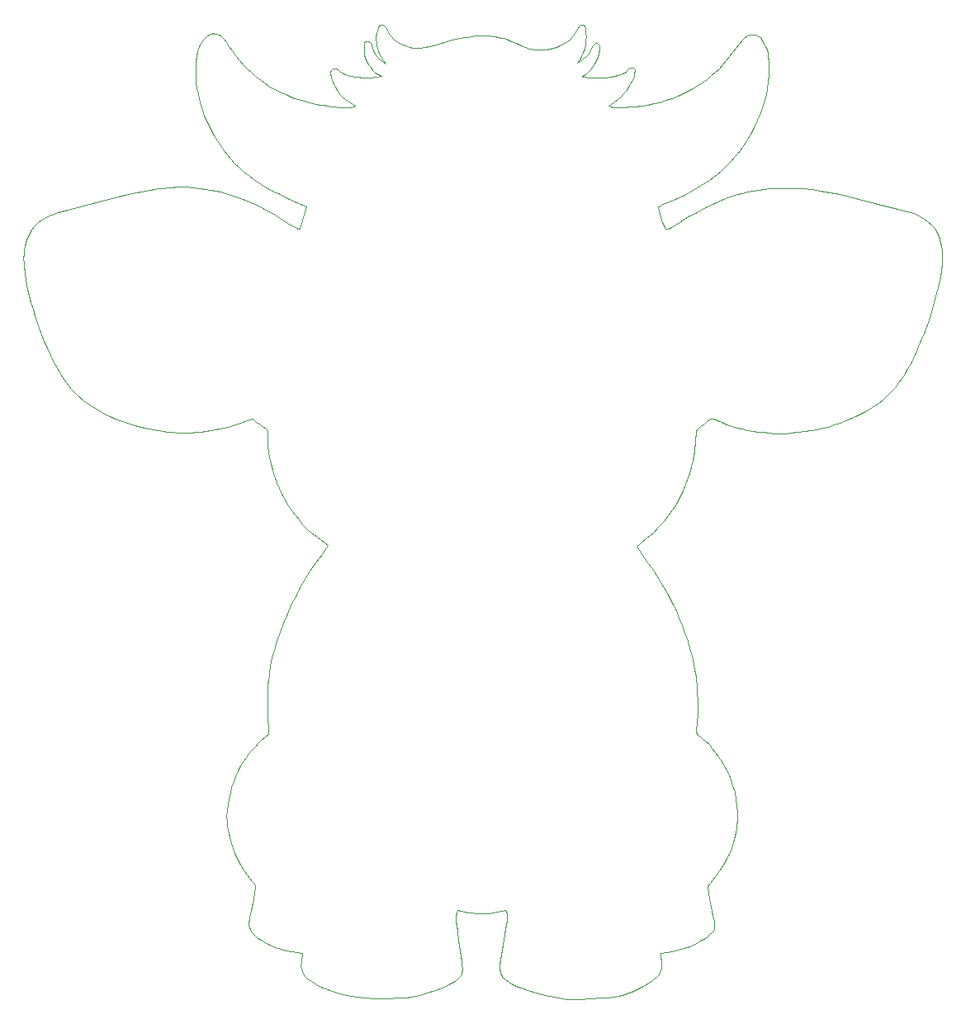
<source format=gbr>
%TF.GenerationSoftware,KiCad,Pcbnew,7.0.8*%
%TF.CreationDate,2024-09-06T18:28:13+02:00*%
%TF.ProjectId,Cow,436f772e-6b69-4636-9164-5f7063625858,rev?*%
%TF.SameCoordinates,Original*%
%TF.FileFunction,Profile,NP*%
%FSLAX46Y46*%
G04 Gerber Fmt 4.6, Leading zero omitted, Abs format (unit mm)*
G04 Created by KiCad (PCBNEW 7.0.8) date 2024-09-06 18:28:13*
%MOMM*%
%LPD*%
G01*
G04 APERTURE LIST*
%TA.AperFunction,Profile*%
%ADD10C,0.100000*%
%TD*%
G04 APERTURE END LIST*
D10*
X100315800Y-92976300D02*
X100802400Y-93184300D01*
X154772100Y-61117600D02*
X154128800Y-61191500D01*
X112638800Y-70250800D02*
X112128700Y-70094700D01*
X153283200Y-59479600D02*
X153575900Y-59027200D01*
X137006800Y-143820100D02*
X137365200Y-143868100D01*
X167656300Y-59414000D02*
X167788500Y-58550200D01*
X91441400Y-77200000D02*
X91475100Y-77651200D01*
X95330700Y-88857100D02*
X95790800Y-89524800D01*
X167870600Y-94673900D02*
X168411700Y-94725400D01*
X128391400Y-52877710D02*
X128279900Y-52819010D01*
X150466600Y-54953600D02*
X150428500Y-54844300D01*
X116599400Y-119333500D02*
X116505200Y-120153800D01*
X116554600Y-125194200D02*
X116557900Y-125379500D01*
X138185300Y-53943500D02*
X137760900Y-53960200D01*
X163177700Y-70699400D02*
X162248900Y-71089900D01*
X140009300Y-143797100D02*
X140442700Y-143706100D01*
X171390200Y-69606800D02*
X170536300Y-69558100D01*
X162248900Y-71089900D02*
X161339800Y-71526700D01*
X120680700Y-150732100D02*
X120921100Y-150905100D01*
X109255600Y-55545300D02*
X109146000Y-56054800D01*
X179042100Y-71187800D02*
X177066100Y-70689500D01*
X183376100Y-85318100D02*
X183823100Y-84194700D01*
X164560800Y-132837200D02*
X164472300Y-132162900D01*
X149530200Y-58232100D02*
X149270800Y-58202700D01*
X163469100Y-138391800D02*
X163753700Y-137817800D01*
X158333200Y-101889100D02*
X158686700Y-101246400D01*
X160617100Y-94152100D02*
X160715700Y-94070700D01*
X165537700Y-53985300D02*
X165429500Y-54055900D01*
X158963600Y-114387600D02*
X158654600Y-113619700D01*
X117050600Y-69892800D02*
X117520300Y-70135100D01*
X138247400Y-143938100D02*
X138689800Y-143937100D01*
X112693000Y-136704500D02*
X112868400Y-137232700D01*
X128267700Y-56432000D02*
X128524900Y-56799500D01*
X182088100Y-88032800D02*
X182370100Y-87515600D01*
X160832200Y-125830600D02*
X160587100Y-125606200D01*
X109997500Y-54187300D02*
X109822100Y-54389600D01*
X141021500Y-144305100D02*
X140994900Y-144669100D01*
X179532100Y-91254600D02*
X179965100Y-90854100D01*
X128355500Y-152686100D02*
X130286600Y-152582100D01*
X180375100Y-90429700D02*
X180761100Y-89983700D01*
X159573200Y-72507500D02*
X158712200Y-73035800D01*
X157525800Y-103112400D02*
X157946500Y-102512000D01*
X112764600Y-130979700D02*
X112604100Y-131556200D01*
X115466000Y-146473100D02*
X115737500Y-146655100D01*
X144112000Y-55354600D02*
X143895100Y-55356100D01*
X158314500Y-70667100D02*
X159213700Y-70255600D01*
X161457200Y-58373000D02*
X160997200Y-58710700D01*
X114922300Y-71106900D02*
X114292500Y-70833800D01*
X167479800Y-60268700D02*
X167656300Y-59414000D01*
X123269900Y-57303000D02*
X123144000Y-57322600D01*
X167332600Y-94604400D02*
X167870600Y-94673900D01*
X107063700Y-69440500D02*
X106712400Y-69469400D01*
X164156000Y-130841200D02*
X163932700Y-130198500D01*
X154881500Y-107192900D02*
X154355700Y-106388300D01*
X118354900Y-147737100D02*
X118896700Y-147843100D01*
X92570100Y-82586500D02*
X93022700Y-83911500D01*
X108616900Y-94614100D02*
X109107800Y-94594400D01*
X109332400Y-55298500D02*
X109255600Y-55545300D01*
X161752900Y-142420400D02*
X161543400Y-141190300D01*
X120921100Y-150905100D02*
X121173200Y-151062100D01*
X116441000Y-120524400D02*
X116428300Y-120900200D01*
X181786100Y-88540700D02*
X182088100Y-88032800D01*
X184757100Y-73544000D02*
X184508100Y-73273800D01*
X141447200Y-151121100D02*
X141766400Y-151285100D01*
X113696000Y-128780100D02*
X113419500Y-129310300D01*
X149817700Y-57096800D02*
X150017500Y-56789800D01*
X162121400Y-144147100D02*
X161998700Y-143645100D01*
X126822200Y-54509800D02*
X126694000Y-54483600D01*
X150331400Y-54759200D02*
X150217500Y-54719100D01*
X165161500Y-54339500D02*
X164806400Y-54751600D01*
X114513700Y-145098100D02*
X114561200Y-145337100D01*
X170529500Y-94596500D02*
X170880900Y-94582100D01*
X122954800Y-61172800D02*
X122564400Y-61132600D01*
X112319200Y-133346900D02*
X112254000Y-133962700D01*
X126315400Y-55261200D02*
X126340900Y-55570200D01*
X148459500Y-56574600D02*
X148222300Y-56711900D01*
X161474700Y-93488000D02*
X161807100Y-93209700D01*
X135948200Y-143593100D02*
X136302600Y-143660100D01*
X131350800Y-55178100D02*
X130983900Y-55092000D01*
X106194900Y-94547500D02*
X106673500Y-94586300D01*
X123509300Y-57352500D02*
X123391600Y-57315100D01*
X137365200Y-143868100D02*
X137805400Y-143916100D01*
X167834200Y-58115900D02*
X167864400Y-57680500D01*
X161759800Y-68731700D02*
X162155600Y-68435000D01*
X178188100Y-92185300D02*
X178650100Y-91895000D01*
X126566600Y-54495500D02*
X126452100Y-54549700D01*
X156789800Y-109994700D02*
X156137600Y-108972100D01*
X159462300Y-147407100D02*
X159763700Y-147297100D01*
X163281900Y-67471000D02*
X163634800Y-67124800D01*
X128524900Y-56799500D02*
X128265500Y-56639600D01*
X134699400Y-151413100D02*
X135034600Y-151243100D01*
X149703900Y-55142600D02*
X149593500Y-55388900D01*
X163634800Y-67124800D02*
X163975500Y-66766100D01*
X158324500Y-112860800D02*
X157975000Y-112111400D01*
X165329700Y-54138500D02*
X165239900Y-54233100D01*
X152621300Y-57925100D02*
X152328300Y-58029300D01*
X164466200Y-55176800D02*
X163801500Y-56041000D01*
X156820700Y-149534100D02*
X156842500Y-149343100D01*
X157393200Y-71047100D02*
X157857700Y-70870300D01*
X153921000Y-57246200D02*
X153807900Y-57219700D01*
X116017900Y-146824100D02*
X116600500Y-147123100D01*
X160206700Y-96520200D02*
X160331500Y-95499900D01*
X105717900Y-94492900D02*
X106194900Y-94547500D01*
X135779500Y-54237700D02*
X135314500Y-54353800D01*
X156712500Y-71338400D02*
X156935000Y-71232000D01*
X93187800Y-72859700D02*
X92989600Y-73004400D01*
X184242100Y-83061100D02*
X184590100Y-81972800D01*
X119434400Y-73629200D02*
X119317600Y-73579900D01*
X162541700Y-68126000D02*
X162917300Y-67804700D01*
X170536300Y-69558100D02*
X169680200Y-69554500D01*
X144439700Y-55369000D02*
X144112000Y-55354600D01*
X155954500Y-104858200D02*
X156530400Y-104290700D01*
X109076400Y-58149300D02*
X109126500Y-58730800D01*
X112547500Y-136167200D02*
X112693000Y-136704500D01*
X124441400Y-57944400D02*
X124236800Y-57838000D01*
X178650100Y-91895000D02*
X179098100Y-91585300D01*
X115276100Y-146321100D02*
X115466000Y-146473100D01*
X160997200Y-58710700D02*
X160523800Y-59030400D01*
X173360900Y-94173700D02*
X173970300Y-94020800D01*
X140590200Y-147113100D02*
X140418100Y-148154100D01*
X149722300Y-55018200D02*
X149703900Y-55142600D01*
X140269800Y-149716100D02*
X140287200Y-149887100D01*
X140265900Y-149543100D02*
X140269800Y-149716100D01*
X96298800Y-90157400D02*
X96572700Y-90458500D01*
X185388100Y-74841900D02*
X185276100Y-74494100D01*
X157482800Y-73731700D02*
X157383300Y-73741800D01*
X114500800Y-68264000D02*
X115004400Y-68634200D01*
X151644100Y-61179700D02*
X151427000Y-61081200D01*
X116146600Y-71730300D02*
X115539300Y-71408700D01*
X155410300Y-151121100D02*
X155868800Y-150823100D01*
X160486500Y-124388700D02*
X160525300Y-123503100D01*
X154355700Y-106388300D02*
X154330900Y-106309900D01*
X110404000Y-53862700D02*
X110257300Y-53958200D01*
X136414200Y-149775100D02*
X136415000Y-149573100D01*
X131143100Y-152466100D02*
X131990100Y-152294100D01*
X123807900Y-152115100D02*
X124537500Y-152298100D01*
X160502900Y-120843000D02*
X160353100Y-119591300D01*
X111283200Y-64703300D02*
X111604200Y-65189800D01*
X151714800Y-58167400D02*
X151098200Y-58252300D01*
X158686700Y-101246400D02*
X159007900Y-100586400D01*
X155868800Y-150823100D02*
X156090300Y-150655100D01*
X119911000Y-60565900D02*
X119177600Y-60321300D01*
X161998700Y-143645100D02*
X161752900Y-142420400D01*
X154071800Y-57778300D02*
X154121700Y-57514200D01*
X121687300Y-151345100D02*
X122377400Y-151645100D01*
X119559600Y-73702100D02*
X119434400Y-73629200D01*
X148565800Y-52833320D02*
X148488700Y-52872620D01*
X165550200Y-64693700D02*
X165963300Y-63999900D01*
X115389500Y-93601700D02*
X115583000Y-93740800D01*
X165963300Y-63999900D02*
X166340400Y-63285600D01*
X153154500Y-57616200D02*
X152898400Y-57789500D01*
X161713100Y-126606300D02*
X161354300Y-126248200D01*
X184140100Y-72954400D02*
X183742100Y-72680900D01*
X161097600Y-126037200D02*
X160832200Y-125830600D01*
X161557400Y-146266100D02*
X161775600Y-146081100D01*
X135770300Y-144429100D02*
X135787300Y-144145100D01*
X116428300Y-120900200D02*
X116433900Y-121278100D01*
X175750000Y-93401600D02*
X176744800Y-92955700D01*
X149455200Y-55623300D02*
X149292300Y-55844700D01*
X117410700Y-115963000D02*
X117117500Y-116910400D01*
X164524400Y-135218800D02*
X164566800Y-134824200D01*
X128702300Y-53320530D02*
X128566700Y-53074210D01*
X109669300Y-54603000D02*
X109537800Y-54826300D01*
X165662300Y-69947400D02*
X165101200Y-70088400D01*
X126939200Y-54569800D02*
X126822200Y-54509800D01*
X148736600Y-52813000D02*
X148649100Y-52812420D01*
X162431000Y-93327500D02*
X162728600Y-93452600D01*
X117731400Y-115024100D02*
X117410700Y-115963000D01*
X117900200Y-100920000D02*
X118212800Y-101507700D01*
X123086100Y-151899100D02*
X123807900Y-152115100D01*
X116957900Y-72162800D02*
X116556900Y-71937600D01*
X153919400Y-58294300D02*
X154004000Y-58038500D01*
X153122200Y-152185100D02*
X153463700Y-152069100D01*
X168524200Y-69575500D02*
X167947000Y-69610400D01*
X167788500Y-58550200D02*
X167834200Y-58115900D01*
X127637300Y-54909500D02*
X127705900Y-55203100D01*
X147968000Y-53648800D02*
X147793500Y-53884400D01*
X118936600Y-102626700D02*
X119293700Y-103101700D01*
X146935800Y-54665700D02*
X146675800Y-54803500D01*
X109062500Y-57634400D02*
X109076400Y-58149300D01*
X120438300Y-104452100D02*
X120688700Y-104692700D01*
X114371200Y-57324000D02*
X113950400Y-56888900D01*
X92230000Y-73820000D02*
X92039800Y-74141900D01*
X103912700Y-69830200D02*
X102526500Y-70096500D01*
X123144000Y-57322600D02*
X123030200Y-57406400D01*
X127091400Y-54774200D02*
X127032900Y-54659400D01*
X167864400Y-57680500D02*
X167877600Y-57244400D01*
X121173200Y-151062100D02*
X121687300Y-151345100D01*
X116433900Y-121278100D02*
X116424600Y-121655100D01*
X148901200Y-58148300D02*
X148758200Y-58147200D01*
X156137600Y-108972100D02*
X155793800Y-108472500D01*
X110432100Y-63176300D02*
X110696300Y-63695800D01*
X149024700Y-54850400D02*
X149078500Y-54443600D01*
X159030000Y-59875500D02*
X158509500Y-60117000D01*
X94050200Y-72387900D02*
X93606800Y-72604100D01*
X116440200Y-124025600D02*
X116500700Y-124812500D01*
X134853700Y-54487900D02*
X133937600Y-54778500D01*
X152665200Y-60165600D02*
X152884600Y-59949100D01*
X153807900Y-57219700D02*
X153687900Y-57222800D01*
X164590100Y-134427500D02*
X164592900Y-133631200D01*
X148488700Y-52872620D02*
X148419400Y-52927280D01*
X157207600Y-73683900D02*
X157139400Y-73603400D01*
X156633900Y-150048100D02*
X156749800Y-149803100D01*
X122178000Y-61065000D02*
X121793000Y-61014600D01*
X135954000Y-150606100D02*
X136220300Y-150342100D01*
X163975500Y-66766100D02*
X164303300Y-66394900D01*
X112254000Y-133962700D02*
X112285100Y-134518600D01*
X92800100Y-73161500D02*
X92620100Y-73331900D01*
X110047700Y-69642900D02*
X109517100Y-69585100D01*
X140871000Y-143596100D02*
X140941200Y-143768100D01*
X162736700Y-57276400D02*
X162335100Y-57646500D01*
X114838800Y-127152000D02*
X114544600Y-127512200D01*
X158534500Y-147664100D02*
X159155900Y-147502100D01*
X166227800Y-94482700D02*
X166778700Y-94555500D01*
X156673700Y-60744600D02*
X156045700Y-60895500D01*
X174572600Y-93842800D02*
X175166300Y-93637200D01*
X116587900Y-69635600D02*
X117050600Y-69892800D01*
X113074100Y-137750100D02*
X113310800Y-138255000D01*
X95790800Y-89524800D02*
X96038400Y-89845900D01*
X164001200Y-137227400D02*
X164207200Y-136620800D01*
X118080000Y-114095000D02*
X117731400Y-115024100D01*
X116782600Y-97788900D02*
X116950800Y-98433300D01*
X185513100Y-77966500D02*
X185605100Y-77284500D01*
X148277000Y-53152820D02*
X147968000Y-53648800D01*
X149593500Y-55388900D02*
X149455200Y-55623300D01*
X100802400Y-93184300D02*
X101296100Y-93375300D01*
X163462700Y-56467300D02*
X163110200Y-56881200D01*
X149012900Y-58159100D02*
X148901200Y-58148300D01*
X125340100Y-58137300D02*
X125108400Y-58115600D01*
X161646300Y-141010600D02*
X161778900Y-140848600D01*
X162917300Y-67804700D02*
X163281900Y-67471000D01*
X166985800Y-54133800D02*
X166885700Y-54048100D01*
X136220300Y-150342100D02*
X136325200Y-150162100D01*
X143256300Y-55264300D02*
X142845700Y-55132500D01*
X115470200Y-126469000D02*
X115147500Y-126804000D01*
X103830200Y-94138900D02*
X104769400Y-94340800D01*
X153463700Y-152069100D02*
X153798800Y-151936100D01*
X125484400Y-152458100D02*
X126438200Y-152573100D01*
X160473000Y-124628800D02*
X160486500Y-124388700D01*
X93606800Y-72604100D02*
X93187800Y-72859700D01*
X107153300Y-94608200D02*
X107634000Y-94612200D01*
X92620100Y-73331900D02*
X92450500Y-73516400D01*
X99837400Y-92749300D02*
X100315800Y-92976300D01*
X92172500Y-81244100D02*
X92364200Y-81917400D01*
X168411700Y-94725400D02*
X168950900Y-94745800D01*
X166286600Y-53823800D02*
X166027400Y-53826800D01*
X155437000Y-107981700D02*
X154881500Y-107192900D01*
X157684800Y-73665200D02*
X157482800Y-73731700D01*
X120253700Y-109642100D02*
X119760300Y-110502800D01*
X145103100Y-55328400D02*
X144771000Y-55360400D01*
X115159200Y-141111600D02*
X115165700Y-141320700D01*
X160031500Y-97532200D02*
X160126700Y-97027600D01*
X149078500Y-54443600D02*
X149099000Y-54034200D01*
X121489300Y-105358800D02*
X122589800Y-106203100D01*
X116541900Y-96584400D02*
X116656900Y-97188200D01*
X136168500Y-54155300D02*
X135779500Y-54237700D01*
X120688700Y-104692700D02*
X120948800Y-104922500D01*
X110086000Y-94507400D02*
X110571900Y-94437800D01*
X152328300Y-58029300D02*
X152024400Y-58108000D01*
X91834200Y-79886100D02*
X91995700Y-80567000D01*
X167845500Y-56452600D02*
X167799700Y-56096300D01*
X116424600Y-121655100D02*
X116418900Y-123235900D01*
X120260900Y-150327100D02*
X120458500Y-150541100D01*
X122016300Y-107068900D02*
X121401000Y-107908200D01*
X163932700Y-130198500D02*
X163668900Y-129570900D01*
X116551900Y-59061800D02*
X116146300Y-58792800D01*
X116050200Y-69318900D02*
X116587900Y-69635600D01*
X160391200Y-125341600D02*
X160394400Y-125103300D01*
X155350400Y-105396300D02*
X155954500Y-104858200D01*
X129571800Y-54452900D02*
X129346300Y-54263100D01*
X152773200Y-152280100D02*
X153122200Y-152185100D01*
X138610600Y-53943400D02*
X138185300Y-53943500D01*
X164592900Y-133631200D02*
X164560800Y-132837200D01*
X149052700Y-57878100D02*
X149333400Y-57644400D01*
X119965300Y-149819100D02*
X120094400Y-150088100D01*
X163028700Y-128370500D02*
X162656800Y-127802200D01*
X123623200Y-57409100D02*
X123509300Y-57352500D01*
X135787300Y-144145100D02*
X135843200Y-143865100D01*
X127913000Y-55770000D02*
X128049900Y-56039800D01*
X183742100Y-72680900D02*
X183319100Y-72447500D01*
X174089100Y-70006200D02*
X173089100Y-69813200D01*
X157857700Y-70870300D02*
X158314500Y-70667100D01*
X153570800Y-57254500D02*
X153466500Y-57313700D01*
X149292300Y-55844700D02*
X149108000Y-56051800D01*
X128566700Y-53074210D02*
X128485800Y-52965560D01*
X153575900Y-59027200D02*
X153704200Y-58789400D01*
X115272900Y-58131200D02*
X114811800Y-57738800D01*
X109146000Y-56054800D02*
X109085300Y-56578600D01*
X148936400Y-55250700D02*
X149024700Y-54850400D01*
X160715700Y-94070700D02*
X160931400Y-93922400D01*
X150487200Y-55067400D02*
X150466600Y-54953600D01*
X127791800Y-57908300D02*
X128108600Y-58085400D01*
X136030300Y-146739100D02*
X135895900Y-145727100D01*
X143895100Y-55356100D02*
X143679800Y-55340900D01*
X127102600Y-54910000D02*
X127091400Y-54774200D01*
X114922400Y-145971100D02*
X115092600Y-146153100D01*
X112798600Y-55483900D02*
X112448900Y-54989400D01*
X109766000Y-61562600D02*
X109966100Y-62109000D01*
X115165700Y-141320700D02*
X115130100Y-141739500D01*
X184508100Y-73273800D02*
X184140100Y-72954400D01*
X112431400Y-135622600D02*
X112547500Y-136167200D01*
X116600500Y-147123100D02*
X117204600Y-147378100D01*
X160058500Y-147171100D02*
X160345200Y-147025100D01*
X154602500Y-106022000D02*
X154672200Y-105968700D01*
X101296100Y-93375300D02*
X101795600Y-93551100D01*
X154087700Y-57392400D02*
X154017500Y-57303500D01*
X182370100Y-87515600D02*
X182894100Y-86426600D01*
X115019800Y-93297100D02*
X115207500Y-93443300D01*
X122932700Y-58047800D02*
X123007800Y-58305000D01*
X96038400Y-89845900D02*
X96298800Y-90157400D01*
X162175400Y-145673100D02*
X162262200Y-145423100D01*
X122311500Y-106641400D02*
X122016300Y-107068900D01*
X111444200Y-53841200D02*
X111233600Y-53759200D01*
X157139400Y-73603400D02*
X156952300Y-73076300D01*
X127616500Y-53707500D02*
X127581900Y-54008600D01*
X176744800Y-92955700D02*
X177234100Y-92714100D01*
X162656800Y-127802200D02*
X162039900Y-126994700D01*
X136952400Y-54059800D02*
X136560900Y-54104500D01*
X135314500Y-54353800D02*
X134853700Y-54487900D01*
X150512200Y-152591100D02*
X151272500Y-152535100D01*
X140770100Y-146073100D02*
X140590200Y-147113100D01*
X152434300Y-60370500D02*
X152665200Y-60165600D01*
X127445000Y-55752100D02*
X127302200Y-55483300D01*
X159786100Y-98529800D02*
X159918800Y-98033100D01*
X140380300Y-150211100D02*
X140464800Y-150358100D01*
X142845700Y-55132500D02*
X142451800Y-54953100D01*
X152270200Y-61303900D02*
X151868100Y-61262400D01*
X149047500Y-53066650D02*
X149003000Y-52971820D01*
X124045300Y-57700100D02*
X123840500Y-57554200D01*
X160931400Y-93922400D02*
X161134000Y-93764300D01*
X119771400Y-73676000D02*
X119728300Y-73723000D01*
X120399200Y-71460600D02*
X120075700Y-72564200D01*
X152024400Y-58108000D02*
X151714800Y-58167400D01*
X140994900Y-144669100D02*
X140930700Y-145030100D01*
X127528000Y-58165800D02*
X126947700Y-58247600D01*
X162039900Y-126994700D02*
X161713100Y-126606300D01*
X159954200Y-117542600D02*
X159746900Y-116742000D01*
X156090300Y-150655100D02*
X156296600Y-150472100D01*
X113310800Y-138255000D02*
X113693200Y-138964800D01*
X160532600Y-122616400D02*
X160502900Y-120843000D01*
X172745800Y-94303800D02*
X173360900Y-94173700D01*
X115147500Y-126804000D02*
X114838800Y-127152000D01*
X135782100Y-144713100D02*
X135770300Y-144429100D01*
X126320100Y-54952800D02*
X126315400Y-55261200D01*
X115207500Y-93443300D02*
X115389500Y-93601700D01*
X162728600Y-93452600D02*
X163030000Y-93569800D01*
X132075000Y-55223500D02*
X131718100Y-55225200D01*
X146709200Y-152669100D02*
X147088300Y-152704100D01*
X156480300Y-150270100D02*
X156633900Y-150048100D01*
X169483400Y-94722400D02*
X170180000Y-94629900D01*
X146382500Y-54958500D02*
X146075700Y-55088000D01*
X166777100Y-53976200D02*
X166540300Y-53873200D01*
X161807100Y-93209700D02*
X161969800Y-93210400D01*
X177066100Y-70689500D02*
X175084700Y-70219600D01*
X114811800Y-57738800D02*
X114371200Y-57324000D01*
X148229300Y-152711100D02*
X149751000Y-152631100D01*
X112668000Y-66572200D02*
X113094400Y-67029000D01*
X149270800Y-58202700D02*
X149012900Y-58159100D01*
X182894100Y-86426600D02*
X183376100Y-85318100D01*
X148676500Y-58132300D02*
X148687600Y-58112400D01*
X111942600Y-65663900D02*
X112297500Y-66124900D01*
X109597700Y-94559200D02*
X110086000Y-94507400D01*
X111060800Y-53714900D02*
X110889700Y-53707700D01*
X112297500Y-66124900D02*
X112668000Y-66572200D01*
X148826700Y-52838100D02*
X148736600Y-52813000D01*
X115539300Y-71408700D02*
X114922300Y-71106900D01*
X128049900Y-56039800D02*
X128267700Y-56432000D01*
X154672200Y-105968700D02*
X154725800Y-105911200D01*
X144771000Y-55360400D02*
X144439700Y-55369000D01*
X118896700Y-147843100D02*
X119981500Y-148028100D01*
X153687900Y-57222800D02*
X153570800Y-57254500D01*
X179965100Y-90854100D02*
X180375100Y-90429700D01*
X147793500Y-53884400D02*
X147604200Y-54107400D01*
X149751000Y-152631100D02*
X150512200Y-152591100D01*
X109306800Y-59880800D02*
X109435500Y-60447800D01*
X93841800Y-85964000D02*
X94174000Y-86707700D01*
X123840500Y-57554200D02*
X123623200Y-57409100D01*
X153798800Y-151936100D02*
X154128200Y-151788100D01*
X117117500Y-116910400D02*
X116907100Y-117709700D01*
X109966100Y-62109000D02*
X110188400Y-62647100D01*
X111614600Y-69953400D02*
X111096500Y-69829400D01*
X172126500Y-94413600D02*
X172745800Y-94303800D01*
X91475100Y-77651200D02*
X91525700Y-78101100D01*
X129346300Y-54263100D02*
X129144200Y-54049500D01*
X185635100Y-76942700D02*
X185647100Y-76600400D01*
X122377400Y-151645100D02*
X123086100Y-151899100D01*
X116907100Y-117709700D02*
X116733900Y-118518100D01*
X127032900Y-54659400D02*
X126939200Y-54569800D01*
X145758300Y-55192600D02*
X145433200Y-55272600D01*
X121793000Y-61014600D02*
X121410900Y-60949200D01*
X119915500Y-73118300D02*
X119771400Y-73676000D01*
X133016300Y-55045200D02*
X132549000Y-55149400D01*
X163801500Y-56041000D02*
X163462700Y-56467300D01*
X113187800Y-93766700D02*
X114809000Y-93194800D01*
X115130700Y-140903300D02*
X115159200Y-141111600D01*
X157383300Y-73741800D02*
X157290200Y-73728000D01*
X143679800Y-55340900D02*
X143466700Y-55310000D01*
X128265500Y-56639600D02*
X128026200Y-56451900D01*
X184904100Y-80873700D02*
X185179100Y-79764600D01*
X166340400Y-63285600D02*
X166681000Y-62553200D01*
X161134000Y-93764300D02*
X161474700Y-93488000D01*
X116212100Y-94177300D02*
X116403600Y-94336000D01*
X106673500Y-94586300D02*
X107153300Y-94608200D01*
X126085900Y-58229200D02*
X125802700Y-58152500D01*
X160941200Y-69288200D02*
X161354800Y-69016100D01*
X114001800Y-128266100D02*
X113696000Y-128780100D01*
X182420100Y-72077900D02*
X181955100Y-71930000D01*
X128011800Y-52848510D02*
X127904800Y-52930190D01*
X157400100Y-111043300D02*
X156789800Y-109994700D01*
X135895900Y-145727100D02*
X135782100Y-144713100D01*
X171504400Y-94505600D02*
X172126500Y-94413600D01*
X157290200Y-73728000D02*
X157207600Y-73683900D01*
X162127200Y-93233600D02*
X162431000Y-93327500D01*
X112199100Y-54626700D02*
X111938100Y-54264500D01*
X93525800Y-85217500D02*
X93841800Y-85964000D01*
X181019100Y-71679200D02*
X179042100Y-71187800D01*
X157070200Y-103687500D02*
X157525800Y-103112400D01*
X165774000Y-53881000D02*
X165537700Y-53985300D01*
X94528600Y-87442100D02*
X94912000Y-88160700D01*
X137760900Y-53960200D02*
X137339100Y-53995400D01*
X162296300Y-145170100D02*
X162288500Y-144915100D01*
X124632800Y-60635800D02*
X124900200Y-60802100D01*
X137805400Y-143916100D02*
X138247400Y-143938100D01*
X120075700Y-72564200D02*
X119915500Y-73118300D01*
X95933100Y-71776900D02*
X94983400Y-72045500D01*
X140580400Y-150491100D02*
X140850800Y-150728100D01*
X119296600Y-111379700D02*
X118862200Y-112271500D01*
X123345700Y-61210000D02*
X122954800Y-61172800D01*
X163546300Y-93776000D02*
X164070300Y-93961300D01*
X165239900Y-54233100D02*
X165161500Y-54339500D01*
X119895200Y-148930100D02*
X119869800Y-149155100D01*
X160431900Y-124866400D02*
X160473000Y-124628800D01*
X150217500Y-54719100D02*
X150095900Y-54719100D01*
X109517100Y-69585100D02*
X108817500Y-69513200D01*
X114551500Y-144558100D02*
X114514300Y-144846100D01*
X91482600Y-75924600D02*
X91437600Y-76295100D01*
X112448900Y-54989400D02*
X112199100Y-54626700D01*
X164303300Y-66394900D02*
X164617600Y-66011100D01*
X110188400Y-62647100D02*
X110432100Y-63176300D01*
X126362500Y-54650600D02*
X126320100Y-54952800D01*
X167198200Y-54422900D02*
X166985800Y-54133800D01*
X163366900Y-128960800D02*
X163028700Y-128370500D01*
X147088300Y-152704100D02*
X147468200Y-152720100D01*
X140442700Y-143706100D02*
X140871000Y-143596100D01*
X140418100Y-148154100D02*
X140281200Y-149200100D01*
X157946500Y-102512000D02*
X158333200Y-101889100D01*
X135665400Y-150843100D02*
X135954000Y-150606100D01*
X150051900Y-58258400D02*
X149530200Y-58232100D01*
X121410900Y-60949200D02*
X120655400Y-60779000D01*
X164617600Y-66011100D02*
X165101500Y-65364800D01*
X116656900Y-97188200D02*
X116782600Y-97788900D01*
X160481200Y-125480300D02*
X160391200Y-125341600D01*
X140464800Y-150358100D02*
X140580400Y-150491100D01*
X122913900Y-57635000D02*
X122900100Y-57768800D01*
X154128200Y-151788100D02*
X154774500Y-151463100D01*
X142451800Y-54953100D02*
X141950500Y-54705200D01*
X102807900Y-93864400D02*
X103830200Y-94138900D01*
X123233200Y-58909200D02*
X123374300Y-59201000D01*
X127574500Y-54310400D02*
X127593200Y-54611300D01*
X114544600Y-127512200D02*
X114265500Y-127883800D01*
X125108400Y-58115600D02*
X124879700Y-58079000D01*
X182877100Y-72248500D02*
X182420100Y-72077900D01*
X161778900Y-140848600D02*
X161918400Y-140689900D01*
X137339100Y-53995400D02*
X136952400Y-54059800D01*
X160254000Y-118968900D02*
X160131900Y-118350500D01*
X114514300Y-144846100D02*
X114513700Y-145098100D01*
X116146300Y-58792800D02*
X115755400Y-58499000D01*
X124656500Y-58023300D02*
X124441400Y-57944400D01*
X165101500Y-65364800D02*
X165550200Y-64693700D01*
X130628300Y-54976600D02*
X130349100Y-54880600D01*
X116427000Y-94591200D02*
X116422200Y-94848700D01*
X116418900Y-123235900D02*
X116440200Y-124025600D01*
X158654600Y-113619700D02*
X158324500Y-112860800D01*
X156496900Y-71459900D02*
X156712500Y-71338400D01*
X101837900Y-70251800D02*
X101152600Y-70421900D01*
X119893500Y-149600100D02*
X119965300Y-149819100D01*
X147398800Y-54314200D02*
X147176400Y-54501400D01*
X120655400Y-60779000D02*
X119911000Y-60565900D01*
X156849900Y-149150100D02*
X156831800Y-148761100D01*
X118916600Y-73363700D02*
X118522300Y-73132100D01*
X114595300Y-140300000D02*
X114855100Y-140608100D01*
X164601300Y-94125100D02*
X165138300Y-94267000D01*
X116557900Y-125379500D02*
X116544600Y-125467200D01*
X154344600Y-106241600D02*
X154387700Y-106181000D01*
X119865500Y-149378100D02*
X119893500Y-149600100D01*
X164459200Y-135610400D02*
X164524400Y-135218800D01*
X110696300Y-63695800D02*
X110980300Y-64205100D01*
X136371200Y-149162100D02*
X136322700Y-148760100D01*
X126452100Y-54549700D02*
X126362500Y-54650600D01*
X135034600Y-151243100D02*
X135357700Y-151054100D01*
X162804800Y-139489900D02*
X163151400Y-138949200D01*
X152898400Y-57789500D02*
X152621300Y-57925100D01*
X116003000Y-94032200D02*
X116212100Y-94177300D01*
X166540300Y-53873200D02*
X166286600Y-53823800D01*
X162335100Y-57646500D02*
X161903400Y-58018100D01*
X130349100Y-54880600D02*
X130077200Y-54761400D01*
X154017500Y-57303500D02*
X153921000Y-57246200D01*
X120513800Y-109191200D02*
X120253700Y-109642100D01*
X185647100Y-76600400D02*
X185637100Y-76257600D01*
X148359800Y-52994240D02*
X148277000Y-53152820D01*
X114118700Y-139650200D02*
X114350100Y-139980200D01*
X125037900Y-61264900D02*
X124824300Y-61301200D01*
X126618600Y-56560100D02*
X126789900Y-56879100D01*
X146675800Y-54803500D02*
X146382500Y-54958500D01*
X116733900Y-118518100D02*
X116599400Y-119333500D01*
X154725800Y-105911200D02*
X155350400Y-105396300D01*
X129144200Y-54049500D02*
X128969500Y-53811800D01*
X152884600Y-59949100D02*
X153091100Y-59720600D01*
X104769400Y-94340800D02*
X105717900Y-94492900D01*
X160126700Y-97027600D02*
X160206700Y-96520200D01*
X149780100Y-54908700D02*
X149722300Y-55018200D01*
X184965100Y-73840500D02*
X184757100Y-73544000D01*
X170180000Y-94629900D02*
X170529500Y-94596500D01*
X110889700Y-53707700D02*
X110722000Y-53732900D01*
X167376500Y-54731800D02*
X167198200Y-54422900D01*
X160345200Y-147025100D02*
X160848300Y-146752100D01*
X162041600Y-140520100D02*
X162433500Y-140013600D01*
X110571900Y-94437800D02*
X111055000Y-94349000D01*
X154330900Y-106309900D02*
X154344600Y-106241600D01*
X113164900Y-55966700D02*
X112798600Y-55483900D01*
X127759000Y-53160540D02*
X127674700Y-53436930D01*
X91633800Y-75188700D02*
X91547400Y-75554800D01*
X175084700Y-70219600D02*
X174089100Y-70006200D01*
X166885700Y-54048100D02*
X166777100Y-53976200D01*
X117145400Y-99070800D02*
X117367700Y-99699300D01*
X143466700Y-55310000D02*
X143256300Y-55264300D01*
X153482600Y-61242400D02*
X153075900Y-61289500D01*
X161969800Y-93210400D02*
X162127200Y-93233600D01*
X116950800Y-98433300D02*
X117145400Y-99070800D01*
X123030200Y-57406400D02*
X122955400Y-57512300D01*
X115521700Y-68985500D02*
X116050200Y-69318900D01*
X160394400Y-125103300D02*
X160431900Y-124866400D01*
X156842500Y-149343100D02*
X156849900Y-149150100D01*
X127614300Y-56005200D02*
X127445000Y-55752100D01*
X123391600Y-57315100D02*
X123269900Y-57303000D01*
X173089100Y-69813200D02*
X172241400Y-69694100D01*
X120094400Y-150088100D02*
X120260900Y-150327100D01*
X140371500Y-54158600D02*
X139704300Y-54051100D01*
X114987700Y-142572100D02*
X114941800Y-142859300D01*
X139035400Y-53958000D02*
X138610600Y-53943400D01*
X119981500Y-148028100D02*
X119984800Y-148253100D01*
X125802700Y-58152500D02*
X125340100Y-58137300D01*
X110257300Y-53958200D02*
X110121200Y-54067900D01*
X119177600Y-60321300D02*
X118279700Y-59948900D01*
X143104500Y-151808100D02*
X143993800Y-152070100D01*
X160523800Y-59030400D02*
X160037700Y-59331600D01*
X164070300Y-93961300D02*
X164601300Y-94125100D01*
X128147800Y-52797800D02*
X128147400Y-52797790D01*
X162155600Y-68435000D02*
X162541700Y-68126000D01*
X94983400Y-72045500D02*
X94511400Y-72204000D01*
X166027400Y-53826800D02*
X165774000Y-53881000D01*
X148419400Y-52927280D02*
X148359800Y-52994240D01*
X154387700Y-106181000D02*
X154451200Y-106125800D01*
X152401800Y-152369100D02*
X152773200Y-152280100D01*
X109061500Y-57108000D02*
X109062500Y-57634400D01*
X118474600Y-70588400D02*
X119438400Y-71021500D01*
X114605000Y-144273100D02*
X114551500Y-144558100D01*
X127705900Y-55203100D02*
X127798100Y-55490600D01*
X160532100Y-94244100D02*
X160617100Y-94152100D01*
X119728300Y-73723000D02*
X119677300Y-73737900D01*
X128279900Y-52819010D02*
X128147800Y-52797800D01*
X145433200Y-55272600D02*
X145103100Y-55328400D01*
X156045700Y-60895500D02*
X155411400Y-61019400D01*
X130716000Y-152532100D02*
X131143100Y-152466100D01*
X133656100Y-151831100D02*
X134355700Y-151566100D01*
X140281200Y-149200100D02*
X140265900Y-149543100D01*
X153384600Y-57399400D02*
X153154500Y-57616200D01*
X94511400Y-72204000D02*
X94050200Y-72387900D01*
X111096500Y-69829400D02*
X110574200Y-69725100D01*
X128969500Y-53811800D02*
X128826400Y-53549900D01*
X149003000Y-52971820D02*
X148931500Y-52894020D01*
X153466500Y-57313700D02*
X153384600Y-57399400D01*
X177716100Y-92457800D02*
X178188100Y-92185300D01*
X131718100Y-55225200D02*
X131350800Y-55178100D01*
X132827800Y-152078100D02*
X133656100Y-151831100D01*
X167872200Y-56807900D02*
X167845500Y-56452600D01*
X136302600Y-143660100D02*
X136654000Y-143743100D01*
X154451200Y-106125800D02*
X154602500Y-106022000D01*
X113543500Y-67462500D02*
X114013000Y-67873800D01*
X136387000Y-149973100D02*
X136414200Y-149775100D01*
X91878200Y-74479300D02*
X91743500Y-74829200D01*
X160353100Y-119591300D02*
X160254000Y-118968900D01*
X161354800Y-69016100D02*
X161759800Y-68731700D01*
X127187500Y-55201600D02*
X127102600Y-54910000D01*
X185137100Y-74158800D02*
X184965100Y-73840500D01*
X166798300Y-69736500D02*
X166228300Y-69830600D01*
X127396200Y-152648100D02*
X128355500Y-152686100D01*
X128108600Y-58085400D02*
X127528000Y-58165800D01*
X119677300Y-73737900D02*
X119620400Y-73728400D01*
X159746900Y-116742000D02*
X159511500Y-115949100D01*
X138689800Y-143937100D02*
X139131800Y-143913100D01*
X107634000Y-94612200D02*
X108616900Y-94614100D01*
X157912400Y-147805100D02*
X158534500Y-147664100D01*
X106712400Y-69469400D02*
X105308800Y-69621600D01*
X185477100Y-75197700D02*
X185388100Y-74841900D01*
X116455600Y-95976800D02*
X116541900Y-96584400D01*
X127674700Y-53436930D02*
X127616500Y-53707500D01*
X131990100Y-152294100D02*
X132827800Y-152078100D01*
X146075700Y-55088000D02*
X145758300Y-55192600D01*
X161982100Y-145883100D02*
X162175400Y-145673100D01*
X109435500Y-60447800D02*
X109588900Y-61008600D01*
X156296600Y-150472100D02*
X156480300Y-150270100D01*
X164472300Y-132162900D02*
X164336600Y-131496800D01*
X154128800Y-61191500D02*
X153482600Y-61242400D01*
X150095900Y-54719100D02*
X149976300Y-54754100D01*
X110980300Y-64205100D02*
X111283200Y-64703300D01*
X144892000Y-152301100D02*
X145797600Y-152501100D01*
X151272500Y-152535100D02*
X152027600Y-152440100D01*
X165680800Y-94386300D02*
X166227800Y-94482700D01*
X114649700Y-145562100D02*
X114772400Y-145773100D01*
X112344100Y-135072500D02*
X112431400Y-135622600D01*
X169102200Y-69557300D02*
X168524200Y-69575500D01*
X185637100Y-76257600D02*
X185599100Y-75914400D01*
X150017500Y-56789800D02*
X150186500Y-56465100D01*
X114561200Y-145337100D02*
X114649700Y-145562100D01*
X115004400Y-68634200D02*
X115521700Y-68985500D01*
X110722000Y-53732900D02*
X110559500Y-53786100D01*
X125448500Y-61108800D02*
X125246500Y-61202500D01*
X154774500Y-151463100D02*
X155410300Y-151121100D01*
X151098200Y-58252300D02*
X150051900Y-58258400D01*
X130983900Y-55092000D02*
X130628300Y-54976600D01*
X181465100Y-89036700D02*
X181786100Y-88540700D01*
X147468200Y-152720100D02*
X148229300Y-152711100D01*
X156935000Y-71232000D02*
X157393200Y-71047100D01*
X114772400Y-145773100D02*
X114922400Y-145971100D01*
X141140800Y-150937100D02*
X141447200Y-151121100D01*
X116403600Y-94336000D02*
X116427000Y-94591200D01*
X108116600Y-69453300D02*
X107414800Y-69430300D01*
X149108000Y-56051800D02*
X148905600Y-56243300D01*
X123914800Y-60004300D02*
X124135000Y-60239600D01*
X142429900Y-151566100D02*
X143104500Y-151808100D01*
X119293700Y-103101700D02*
X119662500Y-103563000D01*
X118212800Y-101507700D02*
X118557800Y-102077400D01*
X163110200Y-56881200D02*
X162736700Y-57276400D01*
X136325200Y-150162100D02*
X136387000Y-149973100D01*
X126389000Y-55874100D02*
X126484100Y-56223900D01*
X98543600Y-71102500D02*
X95933100Y-71776900D01*
X135357700Y-151054100D02*
X135665400Y-150843100D01*
X92450500Y-73516400D02*
X92230000Y-73820000D01*
X140322600Y-150053100D02*
X140380300Y-150211100D01*
X183319100Y-72447500D02*
X182877100Y-72248500D01*
X154004000Y-58038500D02*
X154071800Y-57778300D01*
X154121700Y-57514200D02*
X154087700Y-57392400D01*
X118522300Y-73132100D02*
X117742700Y-72644900D01*
X157906700Y-60356700D02*
X157294400Y-60565500D01*
X140930700Y-145030100D02*
X140770100Y-146073100D01*
X108817500Y-69513200D02*
X108116600Y-69453300D01*
X167947000Y-69610400D02*
X167371400Y-69663600D01*
X114855100Y-140608100D02*
X115130700Y-140903300D01*
X117367700Y-99699300D02*
X117618900Y-100316400D01*
X161903400Y-58018100D02*
X161457200Y-58373000D01*
X115092600Y-146153100D02*
X115276100Y-146321100D01*
X159155900Y-147502100D02*
X159462300Y-147407100D01*
X116415900Y-95364600D02*
X116455600Y-95976800D01*
X123007800Y-58305000D02*
X123111100Y-58609700D01*
X160587100Y-125606200D02*
X160481200Y-125480300D01*
X160525300Y-123503100D02*
X160532600Y-122616400D01*
X128147400Y-52797790D02*
X128011800Y-52848510D01*
X112369200Y-132728000D02*
X112319200Y-133346900D01*
X119984800Y-148253100D02*
X119964000Y-148479100D01*
X148649100Y-52812420D02*
X148565800Y-52833320D01*
X141950500Y-54705200D02*
X141439100Y-54480100D01*
X152027600Y-152440100D02*
X152401800Y-152369100D01*
X94174000Y-86707700D02*
X94528600Y-87442100D01*
X114265500Y-127883800D02*
X114001800Y-128266100D01*
X147604200Y-54107400D02*
X147398800Y-54314200D01*
X149071500Y-53173630D02*
X149047500Y-53066650D01*
X105308800Y-69621600D02*
X103912700Y-69830200D01*
X148931500Y-52894020D02*
X148826700Y-52838100D01*
X116500700Y-124812500D02*
X116554600Y-125194200D01*
X166778700Y-94555500D02*
X167332600Y-94604400D01*
X96860900Y-90748400D02*
X97558700Y-91313700D01*
X148813000Y-55640800D02*
X148936400Y-55250700D01*
X148687600Y-58112400D02*
X148748700Y-58080400D01*
X167371400Y-69663600D02*
X166798300Y-69736500D01*
X128826400Y-53549900D02*
X128702300Y-53320530D01*
X114292500Y-70833800D02*
X113646800Y-70598100D01*
X139131800Y-143913100D02*
X139572000Y-143866100D01*
X141766400Y-151285100D02*
X142095100Y-151432100D01*
X114941800Y-142859300D02*
X114882000Y-143143800D01*
X136560900Y-54104500D02*
X136168500Y-54155300D01*
X169680200Y-69554500D02*
X169102200Y-69557300D01*
X123733500Y-61268800D02*
X123345700Y-61210000D01*
X115755400Y-58499000D02*
X115272900Y-58131200D01*
X116411200Y-95107000D02*
X116415900Y-95364600D01*
X111055000Y-94349000D02*
X111534700Y-94240100D01*
X111233600Y-53759200D02*
X111060800Y-53714900D01*
X153704200Y-58789400D02*
X153819100Y-58544900D01*
X153091100Y-59720600D02*
X153283200Y-59479600D01*
X147176400Y-54501400D02*
X146935800Y-54665700D01*
X151427000Y-61081200D02*
X151944400Y-60746800D01*
X185179100Y-79764600D02*
X185413100Y-78646400D01*
X165138300Y-94267000D02*
X165680800Y-94386300D01*
X165101200Y-70088400D02*
X164611500Y-70217400D01*
X160425800Y-94477100D02*
X160466500Y-94351000D01*
X157294400Y-60565500D02*
X156673700Y-60744600D01*
X160848300Y-146752100D02*
X161329100Y-146439100D01*
X111628700Y-53957300D02*
X111444200Y-53841200D01*
X162433500Y-140013600D02*
X162804800Y-139489900D01*
X127581900Y-54008600D02*
X127574500Y-54310400D01*
X150424500Y-55776500D02*
X150488700Y-55303600D01*
X113419500Y-129310300D02*
X113172200Y-129854900D01*
X115789100Y-93890200D02*
X116003000Y-94032200D01*
X113646800Y-70598100D02*
X112638800Y-70250800D01*
X172241400Y-69694100D02*
X171390200Y-69606800D01*
X140941200Y-143768100D02*
X140987800Y-143944100D01*
X111938100Y-54264500D02*
X111791800Y-54100600D01*
X140287200Y-149887100D02*
X140322600Y-150053100D01*
X159511500Y-115949100D02*
X159249800Y-115164200D01*
X91665000Y-78997000D02*
X91834200Y-79886100D01*
X114350100Y-139980200D02*
X114595300Y-140300000D01*
X139572000Y-143866100D02*
X140009300Y-143797100D01*
X114741000Y-143708100D02*
X114605000Y-144273100D01*
X122955400Y-57512300D02*
X122913900Y-57635000D01*
X167732500Y-55742700D02*
X167641200Y-55395100D01*
X119964000Y-148479100D02*
X119895200Y-148930100D01*
X127232700Y-57450400D02*
X127499000Y-57695400D01*
X117742700Y-72644900D02*
X116957900Y-72162800D01*
X122908300Y-57908300D02*
X122932700Y-58047800D01*
X112128700Y-70094700D02*
X111614600Y-69953400D01*
X97558700Y-91313700D02*
X98290400Y-91835800D01*
X148758200Y-58147200D02*
X148676500Y-58132300D01*
X99051400Y-92314400D02*
X99837400Y-92749300D01*
X167799700Y-56096300D02*
X167732500Y-55742700D01*
X141013600Y-144123100D02*
X141021500Y-144305100D01*
X91743500Y-74829200D02*
X91633800Y-75188700D01*
X164367800Y-135998100D02*
X164459200Y-135610400D01*
X102526500Y-70096500D02*
X101837900Y-70251800D01*
X141439100Y-54480100D02*
X140914000Y-54292900D01*
X101795600Y-93551100D02*
X102807900Y-93864400D01*
X153819100Y-58544900D02*
X153919400Y-58294300D01*
X129816800Y-54618900D02*
X129571800Y-54452900D01*
X119662500Y-103563000D02*
X120043800Y-104012500D01*
X109085300Y-56578600D02*
X109061500Y-57108000D01*
X128026200Y-56451900D02*
X127808600Y-56239400D01*
X126484100Y-56223900D02*
X126618600Y-56560100D01*
X91437600Y-76295100D02*
X91427900Y-76748000D01*
X120948800Y-104922500D02*
X121489300Y-105358800D01*
X180761100Y-89983700D02*
X181124100Y-89518500D01*
X118557800Y-102077400D02*
X118936600Y-102626700D01*
X127808600Y-56239400D02*
X127614300Y-56005200D01*
X116517900Y-125550200D02*
X116155900Y-125841400D01*
X98290400Y-91835800D02*
X99051400Y-92314400D01*
X124135000Y-60239600D02*
X124375700Y-60454400D01*
X115737500Y-146655100D02*
X116017900Y-146824100D01*
X126340900Y-55570200D02*
X126389000Y-55874100D01*
X161543400Y-141190300D02*
X161646300Y-141010600D01*
X149099000Y-54034200D02*
X149086900Y-53625900D01*
X183823100Y-84194700D02*
X184242100Y-83061100D01*
X113950400Y-56888900D02*
X113548600Y-56435800D01*
X166681000Y-62553200D02*
X166984800Y-61804700D01*
X155793800Y-108472500D02*
X155437000Y-107981700D01*
X152672300Y-61311400D02*
X152270200Y-61303900D01*
X117398900Y-59537100D02*
X116970100Y-59308900D01*
X120796100Y-108754800D02*
X120513800Y-109191200D01*
X91547400Y-75554800D02*
X91482600Y-75924600D01*
X148688400Y-56418000D02*
X148459500Y-56574600D01*
X161329100Y-146439100D02*
X161557400Y-146266100D01*
X149589100Y-57382800D02*
X149817700Y-57096800D01*
X116505200Y-120153800D02*
X116464500Y-120338300D01*
X116422200Y-94848700D02*
X116411200Y-95107000D01*
X164566800Y-134824200D02*
X164590100Y-134427500D01*
X115583000Y-93740800D02*
X115789100Y-93890200D01*
X149082600Y-53404620D02*
X149071500Y-53173630D01*
X170880900Y-94582100D02*
X171504400Y-94505600D01*
X159249800Y-115164200D02*
X158963600Y-114387600D01*
X160037700Y-59331600D02*
X159539600Y-59613500D01*
X164127800Y-70362900D02*
X163650000Y-70523900D01*
X140645100Y-54218200D02*
X140371500Y-54158600D01*
X160090900Y-69796100D02*
X160941200Y-69288200D01*
X140987800Y-143944100D02*
X141013600Y-144123100D01*
X159763700Y-147297100D02*
X160058500Y-147171100D01*
X125246500Y-61202500D02*
X125037900Y-61264900D01*
X164806400Y-54751600D02*
X164466200Y-55176800D01*
X149333400Y-57644400D02*
X149589100Y-57382800D01*
X160131900Y-118350500D02*
X159954200Y-117542600D01*
X151944400Y-60746800D02*
X152434300Y-60370500D01*
X148456800Y-56375100D02*
X148653400Y-56016800D01*
X162262200Y-145423100D02*
X162296300Y-145170100D01*
X142095100Y-151432100D02*
X142429900Y-151566100D01*
X118862200Y-112271500D02*
X118456800Y-113177100D01*
X151868100Y-61262400D02*
X151644100Y-61179700D01*
X158509500Y-60117000D02*
X157906700Y-60356700D01*
X150428500Y-54844300D02*
X150331400Y-54759200D01*
X168950900Y-94745800D02*
X169483400Y-94722400D01*
X113172200Y-129854900D02*
X112953900Y-130412000D01*
X109822100Y-54389600D02*
X109669300Y-54603000D01*
X123111100Y-58609700D02*
X123233200Y-58909200D01*
X124900200Y-60802100D02*
X125448500Y-61108800D01*
X92989600Y-73004400D02*
X92800100Y-73161500D01*
X124537500Y-152298100D02*
X125484400Y-152458100D01*
X112367400Y-94024900D02*
X113187800Y-93766700D01*
X109588900Y-61008600D02*
X109766000Y-61562600D01*
X94912000Y-88160700D02*
X95330700Y-88857100D01*
X114013000Y-67873800D02*
X114500800Y-68264000D01*
X159213700Y-70255600D02*
X160090900Y-69796100D01*
X92364200Y-81917400D02*
X92570100Y-82586500D01*
X117820800Y-147597100D02*
X118354900Y-147737100D01*
X114882000Y-143143800D02*
X114741000Y-143708100D01*
X110559500Y-53786100D02*
X110404000Y-53862700D01*
X91427900Y-76748000D02*
X91441400Y-77200000D01*
X109537800Y-54826300D02*
X109426000Y-55058500D01*
X120043800Y-104012500D02*
X120438300Y-104452100D01*
X134355700Y-151566100D02*
X134699400Y-151413100D01*
X162288500Y-144915100D02*
X162249500Y-144659100D01*
X127798100Y-55490600D02*
X127913000Y-55770000D01*
X116544600Y-125467200D02*
X116517900Y-125550200D01*
X155411400Y-61019400D02*
X154772100Y-61117600D01*
X153075900Y-61289500D02*
X152672300Y-61311400D01*
X133937600Y-54778500D02*
X133478500Y-54918900D01*
X96572700Y-90458500D02*
X96860900Y-90748400D01*
X122589800Y-106203100D02*
X122311500Y-106641400D01*
X136322700Y-148760100D02*
X136030300Y-146739100D01*
X185546100Y-75556700D02*
X185477100Y-75197700D01*
X101152600Y-70421900D02*
X98543600Y-71102500D01*
X126658900Y-58268500D02*
X126371500Y-58265100D01*
X109203500Y-59308200D02*
X109306800Y-59880800D01*
X124824300Y-61301200D02*
X124607200Y-61316400D01*
X120458500Y-150541100D02*
X120680700Y-150732100D01*
X119760300Y-110502800D02*
X119296600Y-111379700D01*
X117618900Y-100316400D02*
X117900200Y-100920000D01*
X158712200Y-73035800D02*
X157863700Y-73578900D01*
X156789600Y-72540800D02*
X156496900Y-71459900D01*
X114809000Y-93194800D02*
X114918300Y-93238500D01*
X119317600Y-73579900D02*
X118916600Y-73363700D01*
X123374300Y-59201000D02*
X123534700Y-59482400D01*
X157975000Y-112111400D02*
X157400100Y-111043300D01*
X118456800Y-113177100D02*
X118080000Y-114095000D01*
X163668900Y-129570900D02*
X163366900Y-128960800D01*
X133478500Y-54918900D02*
X133016300Y-55045200D01*
X149867900Y-54818900D02*
X149780100Y-54908700D01*
X119869800Y-149155100D02*
X119865500Y-149378100D01*
X115806500Y-126147900D02*
X115470200Y-126469000D01*
X113094400Y-67029000D02*
X113543500Y-67462500D01*
X123534700Y-59482400D02*
X123714800Y-59751100D01*
X159556700Y-99225400D02*
X159786100Y-98529800D01*
X159007900Y-100586400D02*
X159297700Y-99911800D01*
X121401000Y-107908200D02*
X120796100Y-108754800D01*
X148905600Y-56243300D02*
X148688400Y-56418000D01*
X149976300Y-54754100D02*
X149867900Y-54818900D01*
X126947700Y-58247600D02*
X126658900Y-58268500D01*
X132549000Y-55149400D02*
X132075000Y-55223500D01*
X157323500Y-147913100D02*
X157912400Y-147805100D01*
X181955100Y-71930000D02*
X181019100Y-71679200D01*
X157863700Y-73578900D02*
X157684800Y-73665200D01*
X143993800Y-152070100D02*
X144892000Y-152301100D01*
X167523400Y-55057000D02*
X167376500Y-54731800D01*
X124375700Y-60454400D02*
X124632800Y-60635800D01*
X128485800Y-52965560D02*
X128391400Y-52877710D01*
X127593200Y-54611300D02*
X127637300Y-54909500D01*
X126995500Y-57177100D02*
X127232700Y-57450400D01*
X116155900Y-125841400D02*
X115806500Y-126147900D01*
X163650000Y-70523900D02*
X163177700Y-70699400D01*
X136415000Y-149573100D02*
X136371200Y-149162100D01*
X111791800Y-54100600D02*
X111628700Y-53957300D01*
X124168400Y-61304000D02*
X123733500Y-61268800D01*
X166228300Y-69830600D02*
X165662300Y-69947400D01*
X112604100Y-131556200D02*
X112472400Y-132139600D01*
X118279700Y-59948900D02*
X117836100Y-59749400D01*
X163753700Y-137817800D02*
X164001200Y-137227400D01*
X185276100Y-74494100D02*
X185137100Y-74158800D01*
X185599100Y-75914400D02*
X185546100Y-75556700D01*
X130077200Y-54761400D02*
X129816800Y-54618900D01*
X110121200Y-54067900D02*
X109997500Y-54187300D01*
X123714800Y-59751100D02*
X123914800Y-60004300D01*
X185605100Y-77284500D02*
X185635100Y-76942700D01*
X127904800Y-52930190D02*
X127822000Y-53036370D01*
X112868400Y-137232700D02*
X113074100Y-137750100D01*
X119620400Y-73728400D02*
X119559600Y-73702100D01*
X126694000Y-54483600D02*
X126566600Y-54495500D01*
X124607200Y-61316400D02*
X124168400Y-61304000D01*
X130286600Y-152582100D02*
X130716000Y-152532100D01*
X139704300Y-54051100D02*
X139035400Y-53958000D01*
X167641200Y-55395100D02*
X167523400Y-55057000D01*
X117204600Y-147378100D02*
X117820800Y-147597100D01*
X184590100Y-81972800D02*
X184904100Y-80873700D01*
X128147400Y-52797790D02*
X128147400Y-52797790D01*
X116464500Y-120338300D02*
X116441000Y-120524400D01*
X148748700Y-58080400D02*
X149052700Y-57878100D01*
X161918400Y-140689900D02*
X162041600Y-140520100D01*
X156831800Y-148761100D02*
X156785900Y-148378100D01*
X164207200Y-136620800D02*
X164367800Y-135998100D01*
X161339800Y-71526700D02*
X160448500Y-72001900D01*
X127302200Y-55483300D02*
X127187500Y-55201600D01*
X127499000Y-57695400D02*
X127791800Y-57908300D01*
X140914000Y-54292900D02*
X140645100Y-54218200D01*
X161354300Y-126248200D02*
X161097600Y-126037200D01*
X145797600Y-152501100D02*
X146709200Y-152669100D01*
X148653400Y-56016800D02*
X148813000Y-55640800D01*
X150488700Y-55303600D02*
X150487200Y-55067400D01*
X165429500Y-54055900D02*
X165329700Y-54138500D01*
X156732300Y-148012100D02*
X157323500Y-147913100D01*
X161775600Y-146081100D02*
X161982100Y-145883100D01*
X159297700Y-99911800D02*
X159556700Y-99225400D01*
X126789900Y-56879100D02*
X126995500Y-57177100D01*
X113548600Y-56435800D02*
X113164900Y-55966700D01*
X150186500Y-56465100D02*
X150322800Y-56126200D01*
X124879700Y-58079000D02*
X124656500Y-58023300D01*
X112472400Y-132139600D02*
X112369200Y-132728000D01*
X111604200Y-65189800D02*
X111942600Y-65663900D01*
X175166300Y-93637200D02*
X175750000Y-93401600D01*
X91995700Y-80567000D02*
X92172500Y-81244100D01*
X114918300Y-93238500D02*
X115019800Y-93297100D01*
X124236800Y-57838000D02*
X124045300Y-57700100D01*
X115130100Y-141739500D02*
X114987700Y-142572100D01*
X111534700Y-94240100D02*
X112367400Y-94024900D01*
X164611500Y-70217400D02*
X164127800Y-70362900D01*
X156749800Y-149803100D02*
X156820700Y-149534100D01*
X109126500Y-58730800D02*
X109203500Y-59308200D01*
X160466500Y-94351000D02*
X160532100Y-94244100D01*
X110574200Y-69725100D02*
X110047700Y-69642900D01*
X181124100Y-89518500D02*
X181465100Y-89036700D01*
X93022700Y-83911500D02*
X93525800Y-85217500D01*
X92039800Y-74141900D02*
X91878200Y-74479300D01*
X162249500Y-144659100D02*
X162121400Y-144147100D01*
X135843200Y-143865100D02*
X135948200Y-143593100D01*
X177234100Y-92714100D02*
X177716100Y-92457800D01*
X156530400Y-104290700D02*
X157070200Y-103687500D01*
X116970100Y-59308900D02*
X116551900Y-59061800D01*
X179098100Y-91585300D02*
X179532100Y-91254600D01*
X140850800Y-150728100D02*
X141140800Y-150937100D01*
X159539600Y-59613500D02*
X159030000Y-59875500D01*
X126438200Y-152573100D02*
X127396200Y-152648100D01*
X185413100Y-78646400D02*
X185513100Y-77966500D01*
X160448500Y-72001900D02*
X159573200Y-72507500D01*
X109426000Y-55058500D02*
X109332400Y-55298500D01*
X148222300Y-56711900D02*
X148456800Y-56375100D01*
X116556900Y-71937600D02*
X116146600Y-71730300D01*
X113693200Y-138964800D02*
X114118700Y-139650200D01*
X107414800Y-69430300D02*
X107063700Y-69440500D01*
X117836100Y-59749400D02*
X117398900Y-59537100D01*
X166984800Y-61804700D02*
X167251200Y-61042500D01*
X156952300Y-73076300D02*
X156789600Y-72540800D01*
X136654000Y-143743100D02*
X137006800Y-143820100D01*
X163151400Y-138949200D02*
X163469100Y-138391800D01*
X160331500Y-95499900D02*
X160425800Y-94477100D01*
X112285100Y-134518600D02*
X112344100Y-135072500D01*
X167877600Y-57244400D02*
X167872200Y-56807900D01*
X163030000Y-93569800D02*
X163546300Y-93776000D01*
X122900100Y-57768800D02*
X122908300Y-57908300D01*
X117520300Y-70135100D02*
X118474600Y-70588400D01*
X167251200Y-61042500D02*
X167479800Y-60268700D01*
X156785900Y-148378100D02*
X156732300Y-148012100D01*
X150322800Y-56126200D02*
X150424500Y-55776500D01*
X91525700Y-78101100D02*
X91665000Y-78997000D01*
X119438400Y-71021500D02*
X120399200Y-71460600D01*
X127822000Y-53036370D02*
X127759000Y-53160540D01*
X149086900Y-53625900D02*
X149082600Y-53404620D01*
X164336600Y-131496800D02*
X164156000Y-130841200D01*
X109107800Y-94594400D02*
X109597700Y-94559200D01*
X122564400Y-61132600D02*
X122178000Y-61065000D01*
X126371500Y-58265100D02*
X126085900Y-58229200D01*
X173970300Y-94020800D02*
X174572600Y-93842800D01*
X112953900Y-130412000D02*
X112764600Y-130979700D01*
X159918800Y-98033100D02*
X160031500Y-97532200D01*
M02*

</source>
